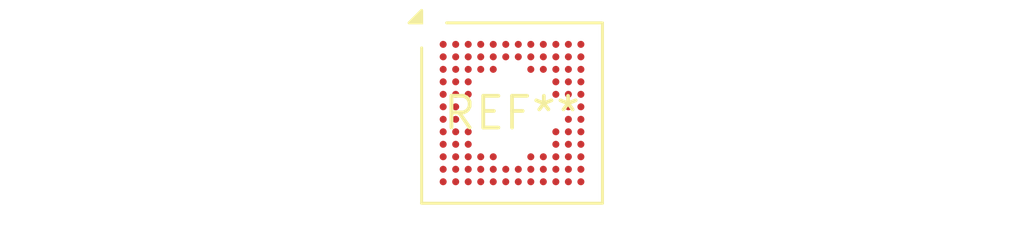
<source format=kicad_pcb>
(kicad_pcb (version 20240108) (generator pcbnew)
  (layers (0 "F.Cu" signal) (31 "B.Cu" signal) (34 "B.Paste" user) (35 "F.Paste" user) (36 "B.SilkS" user "B.Silkscreen") (37 "F.SilkS" user "F.Silkscreen") (38 "B.Mask" user) (39 "F.Mask" user) (44 "Edge.Cuts" user))
  (net 0 "")
  (footprint "UFBGA-100_7x7mm_Layout12x12_P0.5mm" (layer "F.Cu") (at 0 0)
    (property "Reference" "REF**")
    (property "Value" "UFBGA-100_7x7mm_Layout12x12_P0.5mm")
    (fp_line (start -3.61 3.61) (end -3.61 -2.61) (layer "F.SilkS") (stroke (width 0.12)))
    (fp_line (start -2.61 -3.61) (end 3.61 -3.61) (layer "F.SilkS") (stroke (width 0.12)))
    (fp_line (start 3.61 -3.61) (end 3.61 3.61) (layer "F.SilkS") (stroke (width 0.12)))
    (fp_line (start 3.61 3.61) (end -3.61 3.61) (layer "F.SilkS") (stroke (width 0.12)))
    (fp_poly (pts (xy -3.61 -3.61) (xy -4.11 -3.61) (xy -3.61 -4.11) (xy -3.61 -3.61)) (layer "F.SilkS") (stroke (width 0.12)) (fill solid))
    (pad "A1" smd circle (at -2.75 -2.75) (size 0.28 0.28) (property pad_prop_bga) (layers "F.Cu" "F.Paste" "F.Mask"))
    (pad "A2" smd circle (at -2.25 -2.75) (size 0.28 0.28) (property pad_prop_bga) (layers "F.Cu" "F.Paste" "F.Mask"))
    (pad "A3" smd circle (at -1.75 -2.75) (size 0.28 0.28) (property pad_prop_bga) (layers "F.Cu" "F.Paste" "F.Mask"))
    (pad "A4" smd circle (at -1.25 -2.75) (size 0.28 0.28) (property pad_prop_bga) (layers "F.Cu" "F.Paste" "F.Mask"))
    (pad "A5" smd circle (at -0.75 -2.75) (size 0.28 0.28) (property pad_prop_bga) (layers "F.Cu" "F.Paste" "F.Mask"))
    (pad "A6" smd circle (at -0.25 -2.75) (size 0.28 0.28) (property pad_prop_bga) (layers "F.Cu" "F.Paste" "F.Mask"))
    (pad "A7" smd circle (at 0.25 -2.75) (size 0.28 0.28) (property pad_prop_bga) (layers "F.Cu" "F.Paste" "F.Mask"))
    (pad "A8" smd circle (at 0.75 -2.75) (size 0.28 0.28) (property pad_prop_bga) (layers "F.Cu" "F.Paste" "F.Mask"))
    (pad "A9" smd circle (at 1.25 -2.75) (size 0.28 0.28) (property pad_prop_bga) (layers "F.Cu" "F.Paste" "F.Mask"))
    (pad "A10" smd circle (at 1.75 -2.75) (size 0.28 0.28) (property pad_prop_bga) (layers "F.Cu" "F.Paste" "F.Mask"))
    (pad "A11" smd circle (at 2.25 -2.75) (size 0.28 0.28) (property pad_prop_bga) (layers "F.Cu" "F.Paste" "F.Mask"))
    (pad "A12" smd circle (at 2.75 -2.75) (size 0.28 0.28) (property pad_prop_bga) (layers "F.Cu" "F.Paste" "F.Mask"))
    (pad "B1" smd circle (at -2.75 -2.25) (size 0.28 0.28) (property pad_prop_bga) (layers "F.Cu" "F.Paste" "F.Mask"))
    (pad "B2" smd circle (at -2.25 -2.25) (size 0.28 0.28) (property pad_prop_bga) (layers "F.Cu" "F.Paste" "F.Mask"))
    (pad "B3" smd circle (at -1.75 -2.25) (size 0.28 0.28) (property pad_prop_bga) (layers "F.Cu" "F.Paste" "F.Mask"))
    (pad "B4" smd circle (at -1.25 -2.25) (size 0.28 0.28) (property pad_prop_bga) (layers "F.Cu" "F.Paste" "F.Mask"))
    (pad "B5" smd circle (at -0.75 -2.25) (size 0.28 0.28) (property pad_prop_bga) (layers "F.Cu" "F.Paste" "F.Mask"))
    (pad "B6" smd circle (at -0.25 -2.25) (size 0.28 0.28) (property pad_prop_bga) (layers "F.Cu" "F.Paste" "F.Mask"))
    (pad "B7" smd circle (at 0.25 -2.25) (size 0.28 0.28) (property pad_prop_bga) (layers "F.Cu" "F.Paste" "F.Mask"))
    (pad "B8" smd circle (at 0.75 -2.25) (size 0.28 0.28) (property pad_prop_bga) (layers "F.Cu" "F.Paste" "F.Mask"))
    (pad "B9" smd circle (at 1.25 -2.25) (size 0.28 0.28) (property pad_prop_bga) (layers "F.Cu" "F.Paste" "F.Mask"))
    (pad "B10" smd circle (at 1.75 -2.25) (size 0.28 0.28) (property pad_prop_bga) (layers "F.Cu" "F.Paste" "F.Mask"))
    (pad "B11" smd circle (at 2.25 -2.25) (size 0.28 0.28) (property pad_prop_bga) (layers "F.Cu" "F.Paste" "F.Mask"))
    (pad "B12" smd circle (at 2.75 -2.25) (size 0.28 0.28) (property pad_prop_bga) (layers "F.Cu" "F.Paste" "F.Mask"))
    (pad "C1" smd circle (at -2.75 -1.75) (size 0.28 0.28) (property pad_prop_bga) (layers "F.Cu" "F.Paste" "F.Mask"))
    (pad "C2" smd circle (at -2.25 -1.75) (size 0.28 0.28) (property pad_prop_bga) (layers "F.Cu" "F.Paste" "F.Mask"))
    (pad "C3" smd circle (at -1.75 -1.75) (size 0.28 0.28) (property pad_prop_bga) (layers "F.Cu" "F.Paste" "F.Mask"))
    (pad "C4" smd circle (at -1.25 -1.75) (size 0.28 0.28) (property pad_prop_bga) (layers "F.Cu" "F.Paste" "F.Mask"))
    (pad "C5" smd circle (at -0.75 -1.75) (size 0.28 0.28) (property pad_prop_bga) (layers "F.Cu" "F.Paste" "F.Mask"))
    (pad "C8" smd circle (at 0.75 -1.75) (size 0.28 0.28) (property pad_prop_bga) (layers "F.Cu" "F.Paste" "F.Mask"))
    (pad "C9" smd circle (at 1.25 -1.75) (size 0.28 0.28) (property pad_prop_bga) (layers "F.Cu" "F.Paste" "F.Mask"))
    (pad "C10" smd circle (at 1.75 -1.75) (size 0.28 0.28) (property pad_prop_bga) (layers "F.Cu" "F.Paste" "F.Mask"))
    (pad "C11" smd circle (at 2.25 -1.75) (size 0.28 0.28) (property pad_prop_bga) (layers "F.Cu" "F.Paste" "F.Mask"))
    (pad "C12" smd circle (at 2.75 -1.75) (size 0.28 0.28) (property pad_prop_bga) (layers "F.Cu" "F.Paste" "F.Mask"))
    (pad "D1" smd circle (at -2.75 -1.25) (size 0.28 0.28) (property pad_prop_bga) (layers "F.Cu" "F.Paste" "F.Mask"))
    (pad "D2" smd circle (at -2.25 -1.25) (size 0.28 0.28) (property pad_prop_bga) (layers "F.Cu" "F.Paste" "F.Mask"))
    (pad "D3" smd circle (at -1.75 -1.25) (size 0.28 0.28) (property pad_prop_bga) (layers "F.Cu" "F.Paste" "F.Mask"))
    (pad "D10" smd circle (at 1.75 -1.25) (size 0.28 0.28) (property pad_prop_bga) (layers "F.Cu" "F.Paste" "F.Mask"))
    (pad "D11" smd circle (at 2.25 -1.25) (size 0.28 0.28) (property pad_prop_bga) (layers "F.Cu" "F.Paste" "F.Mask"))
    (pad "D12" smd circle (at 2.75 -1.25) (size 0.28 0.28) (property pad_prop_bga) (layers "F.Cu" "F.Paste" "F.Mask"))
    (pad "E1" smd circle (at -2.75 -0.75) (size 0.28 0.28) (property pad_prop_bga) (layers "F.Cu" "F.Paste" "F.Mask"))
    (pad "E2" smd circle (at -2.25 -0.75) (size 0.28 0.28) (property pad_prop_bga) (layers "F.Cu" "F.Paste" "F.Mask"))
    (pad "E3" smd circle (at -1.75 -0.75) (size 0.28 0.28) (property pad_prop_bga) (layers "F.Cu" "F.Paste" "F.Mask"))
    (pad "E10" smd circle (at 1.75 -0.75) (size 0.28 0.28) (property pad_prop_bga) (layers "F.Cu" "F.Paste" "F.Mask"))
    (pad "E11" smd circle (at 2.25 -0.75) (size 0.28 0.28) (property pad_prop_bga) (layers "F.Cu" "F.Paste" "F.Mask"))
    (pad "E12" smd circle (at 2.75 -0.75) (size 0.28 0.28) (property pad_prop_bga) (layers "F.Cu" "F.Paste" "F.Mask"))
    (pad "F1" smd circle (at -2.75 -0.25) (size 0.28 0.28) (property pad_prop_bga) (layers "F.Cu" "F.Paste" "F.Mask"))
    (pad "F2" smd circle (at -2.25 -0.25) (size 0.28 0.28) (property pad_prop_bga) (layers "F.Cu" "F.Paste" "F.Mask"))
    (pad "F11" smd circle (at 2.25 -0.25) (size 0.28 0.28) (property pad_prop_bga) (layers "F.Cu" "F.Paste" "F.Mask"))
    (pad "F12" smd circle (at 2.75 -0.25) (size 0.28 0.28) (property pad_prop_bga) (layers "F.Cu" "F.Paste" "F.Mask"))
    (pad "G1" smd circle (at -2.75 0.25) (size 0.28 0.28) (property pad_prop_bga) (layers "F.Cu" "F.Paste" "F.Mask"))
    (pad "G2" smd circle (at -2.25 0.25) (size 0.28 0.28) (property pad_prop_bga) (layers "F.Cu" "F.Paste" "F.Mask"))
    (pad "G11" smd circle (at 2.25 0.25) (size 0.28 0.28) (property pad_prop_bga) (layers "F.Cu" "F.Paste" "F.Mask"))
    (pad "G12" smd circle (at 2.75 0.25) (size 0.28 0.28) (property pad_prop_bga) (layers "F.Cu" "F.Paste" "F.Mask"))
    (pad "H1" smd circle (at -2.75 0.75) (size 0.28 0.28) (property pad_prop_bga) (layers "F.Cu" "F.Paste" "F.Mask"))
    (pad "H2" smd circle (at -2.25 0.75) (size 0.28 0.28) (property pad_prop_bga) (layers "F.Cu" "F.Paste" "F.Mask"))
    (pad "H3" smd circle (at -1.75 0.75) (size 0.28 0.28) (property pad_prop_bga) (layers "F.Cu" "F.Paste" "F.Mask"))
    (pad "H10" smd circle (at 1.75 0.75) (size 0.28 0.28) (property pad_prop_bga) (layers "F.Cu" "F.Paste" "F.Mask"))
    (pad "H11" smd circle (at 2.25 0.75) (size 0.28 0.28) (property pad_prop_bga) (layers "F.Cu" "F.Paste" "F.Mask"))
    (pad "H12" smd circle (at 2.75 0.75) (size 0.28 0.28) (property pad_prop_bga) (layers "F.Cu" "F.Paste" "F.Mask"))
    (pad "J1" smd circle (at -2.75 1.25) (size 0.28 0.28) (property pad_prop_bga) (layers "F.Cu" "F.Paste" "F.Mask"))
    (pad "J2" smd circle (at -2.25 1.25) (size 0.28 0.28) (property pad_prop_bga) (layers "F.Cu" "F.Paste" "F.Mask"))
    (pad "J3" smd circle (at -1.75 1.25) (size 0.28 0.28) (property pad_prop_bga) (layers "F.Cu" "F.Paste" "F.Mask"))
    (pad "J10" smd circle (at 1.75 1.25) (size 0.28 0.28) (property pad_prop_bga) (layers "F.Cu" "F.Paste" "F.Mask"))
    (pad "J11" smd circle (at 2.25 1.25) (size 0.28 0.28) (property pad_prop_bga) (layers "F.Cu" "F.Paste" "F.Mask"))
    (pad "J12" smd circle (at 2.75 1.25) (size 0.28 0.28) (property pad_prop_bga) (layers "F.Cu" "F.Paste" "F.Mask"))
    (pad "K1" smd circle (at -2.75 1.75) (size 0.28 0.28) (property pad_prop_bga) (layers "F.Cu" "F.Paste" "F.Mask"))
    (pad "K2" smd circle (at -2.25 1.75) (size 0.28 0.28) (property pad_prop_bga) (layers "F.Cu" "F.Paste" "F.Mask"))
    (pad "K3" smd circle (at -1.75 1.75) (size 0.28 0.28) (property pad_prop_bga) (layers "F.Cu" "F.Paste" "F.Mask"))
    (pad "K4" smd circle (at -1.25 1.75) (size 0.28 0.28) (property pad_prop_bga) (layers "F.Cu" "F.Paste" "F.Mask"))
    (pad "K5" smd circle (at -0.75 1.75) (size 0.28 0.28) (property pad_prop_bga) (layers "F.Cu" "F.Paste" "F.Mask"))
    (pad "K8" smd circle (at 0.75 1.75) (size 0.28 0.28) (property pad_prop_bga) (layers "F.Cu" "F.Paste" "F.Mask"))
    (pad "K9" smd circle (at 1.25 1.75) (size 0.28 0.28) (property pad_prop_bga) (layers "F.Cu" "F.Paste" "F.Mask"))
    (pad "K10" smd circle (at 1.75 1.75) (size 0.28 0.28) (property pad_prop_bga) (layers "F.Cu" "F.Paste" "F.Mask"))
    (pad "K11" smd circle (at 2.25 1.75) (size 0.28 0.28) (property pad_prop_bga) (layers "F.Cu" "F.Paste" "F.Mask"))
    (pad "K12" smd circle (at 2.75 1.75) (size 0.28 0.28) (property pad_prop_bga) (layers "F.Cu" "F.Paste" "F.Mask"))
    (pad "L1" smd circle (at -2.75 2.25) (size 0.28 0.28) (property pad_prop_bga) (layers "F.Cu" "F.Paste" "F.Mask"))
    (pad "L2" smd circle (at -2.25 2.25) (size 0.28 0.28) (property pad_prop_bga) (layers "F.Cu" "F.Paste" "F.Mask"))
    (pad "L3" smd circle (at -1.75 2.25) (size 0.28 0.28) (property pad_prop_bga) (layers "F.Cu" "F.Paste" "F.Mask"))
    (pad "L4" smd circle (at -1.25 2.25) (size 0.28 0.28) (property pad_prop_bga) (layers "F.Cu" "F.Paste" "F.Mask"))
    (pad "L5" smd circle (at -0.75 2.25) (size 0.28 0.28) (property pad_prop_bga) (layers "F.Cu" "F.Paste" "F.Mask"))
    (pad "L6" smd circle (at -0.25 2.25) (size 0.28 0.28) (property pad_prop_bga) (layers "F.Cu" "F.Paste" "F.Mask"))
    (pad "L7" smd circle (at 0.25 2.25) (size 0.28 0.28) (property pad_prop_bga) (layers "F.Cu" "F.Paste" "F.Mask"))
    (pad "L8" smd circle (at 0.75 2.25) (size 0.28 0.28) (property pad_prop_bga) (layers "F.Cu" "F.Paste" "F.Mask"))
    (pad "L9" smd circle (at 1.25 2.25) (size 0.28 0.28) (property pad_prop_bga) (layers "F.Cu" "F.Paste" "F.Mask"))
    (pad "L10" smd circle (at 1.75 2.25) (size 0.28 0.28) (property pad_prop_bga) (layers "F.Cu" "F.Paste" "F.Mask"))
    (pad "L11" smd circle (at 2.25 2.25) (size 0.28 0.28) (property pad_prop_bga) (layers "F.Cu" "F.Paste" "F.Mask"))
    (pad "L12" smd circle (at 2.75 2.25) (size 0.28 0.28) (property pad_prop_bga) (layers "F.Cu" "F.Paste" "F.Mask"))
    (pad "M1" smd circle (at -2.75 2.75) (size 0.28 0.28) (property pad_prop_bga) (layers "F.Cu" "F.Paste" "F.Mask"))
    (pad "M2" smd circle (at -2.25 2.75) (size 0.28 0.28) (property pad_prop_bga) (layers "F.Cu" "F.Paste" "F.Mask"))
    (pad "M3" smd circle (at -1.75 2.75) (size 0.28 0.28) (property pad_prop_bga) (layers "F.Cu" "F.Paste" "F.Mask"))
    (pad "M4" smd circle (at -1.25 2.75) (size 0.28 0.28) (property pad_prop_bga) (layers "F.Cu" "F.Paste" "F.Mask"))
    (pad "M5" smd circle (at -0.75 2.75) (size 0.28 0.28) (property pad_prop_bga) (layers "F.Cu" "F.Paste" "F.Mask"))
    (pad "M6" smd circle (at -0.25 2.75) (size 0.28 0.28) (property pad_prop_bga) (layers "F.Cu" "F.Paste" "F.Mask"))
    (pad "M7" smd circle (at 0.25 2.75) (size 0.28 0.28) (property pad_prop_bga) (layers "F.Cu" "F.Paste" "F.Mask"))
    (pad "M8" smd circle (at 0.75 2.75) (size 0.28 0.28) (property pad_prop_bga) (layers "F.Cu" "F.Paste" "F.Mask"))
    (pad "M9" smd circle (at 1.25 2.75) (size 0.28 0.28) (property pad_prop_bga) (layers "F.Cu" "F.Paste" "F.Mask"))
    (pad "M10" smd circle (at 1.75 2.75) (size 0.28 0.28) (property pad_prop_bga) (layers "F.Cu" "F.Paste" "F.Mask"))
    (pad "M11" smd circle (at 2.25 2.75) (size 0.28 0.28) (property pad_prop_bga) (layers "F.Cu" "F.Paste" "F.Mask"))
    (pad "M12" smd circle (at 2.75 2.75) (size 0.28 0.28) (property pad_prop_bga) (layers "F.Cu" "F.Paste" "F.Mask"))
  )
)
</source>
